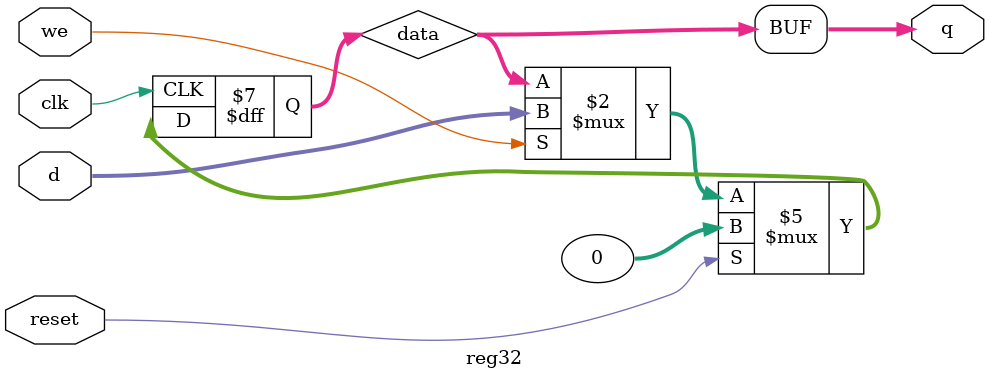
<source format=v>
`timescale 1ns/1ps

module reg32 (
    input clk,
    input reset,
    input we,
    input [31:0] d,
    output [31:0] q
);

    reg [31:0] data;

    // Synchronous reset and write operation
    always @(posedge clk) begin
        if (reset)
            data <= 32'b0;
        else if (we)
            data <= d;
    end

    // clk->Q propagation delay of #1
    assign #1 q = data;

endmodule

</source>
